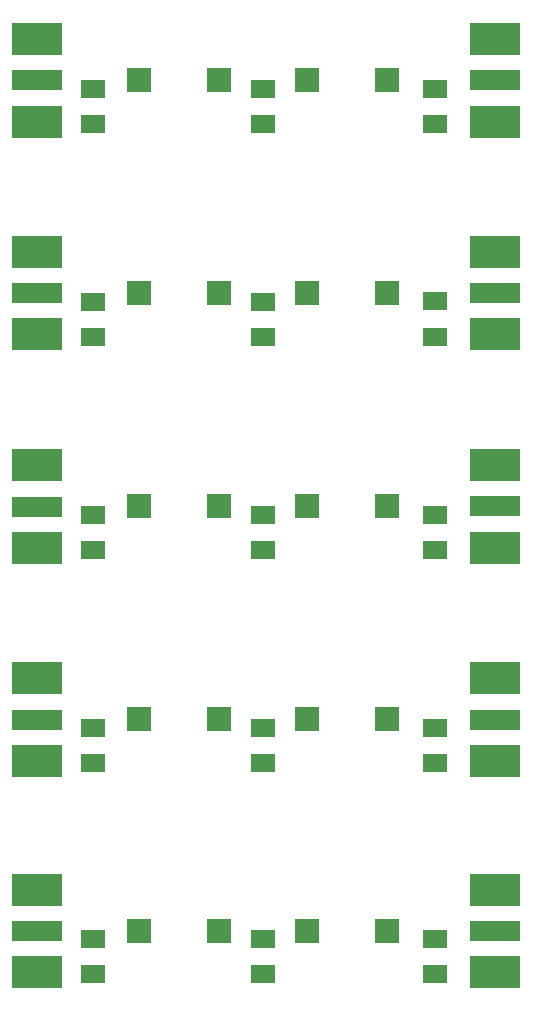
<source format=gbr>
G04 EAGLE Gerber RS-274X export*
G75*
%MOMM*%
%FSLAX34Y34*%
%LPD*%
%INSolderpaste Top*%
%IPPOS*%
%AMOC8*
5,1,8,0,0,1.08239X$1,22.5*%
G01*
%ADD10R,2.000000X1.500000*%
%ADD11R,2.000000X2.000000*%
%ADD12R,4.191000X1.778000*%
%ADD13R,4.191000X2.667000*%


D10*
X68580Y43420D03*
X68580Y73420D03*
X68580Y582853D03*
X68580Y612853D03*
X212090Y582853D03*
X212090Y612853D03*
X358140Y583170D03*
X358140Y613170D03*
X68580Y762875D03*
X68580Y792875D03*
X211773Y763193D03*
X211773Y793193D03*
X358140Y763193D03*
X358140Y793193D03*
X212090Y43420D03*
X212090Y73420D03*
X358140Y43420D03*
X358140Y73420D03*
X68580Y221855D03*
X68580Y251855D03*
X212090Y222173D03*
X212090Y252173D03*
X358140Y221855D03*
X358140Y251855D03*
X68580Y402195D03*
X68580Y432195D03*
X212090Y402513D03*
X212090Y432513D03*
X358140Y402195D03*
X358140Y432195D03*
D11*
X175140Y80010D03*
X106840Y80010D03*
X317380Y800100D03*
X249080Y800100D03*
X317380Y80010D03*
X249080Y80010D03*
X175140Y259080D03*
X106840Y259080D03*
X317380Y259080D03*
X249080Y259080D03*
X175140Y439420D03*
X106840Y439420D03*
X317380Y439420D03*
X249080Y439420D03*
X175140Y619760D03*
X106840Y619760D03*
X317380Y619760D03*
X249080Y619760D03*
X175140Y800100D03*
X106840Y800100D03*
D12*
X21154Y80000D03*
D13*
X21154Y114946D03*
X21154Y45054D03*
D12*
X21154Y800000D03*
D13*
X21154Y834946D03*
X21154Y765054D03*
D12*
X408846Y80000D03*
D13*
X408846Y45054D03*
X408846Y114946D03*
D12*
X408846Y258730D03*
D13*
X408846Y223784D03*
X408846Y293676D03*
D12*
X21154Y258730D03*
D13*
X21154Y293676D03*
X21154Y223784D03*
D12*
X408846Y439365D03*
D13*
X408846Y404419D03*
X408846Y474311D03*
D12*
X21154Y439100D03*
D13*
X21154Y474046D03*
X21154Y404154D03*
D12*
X408846Y620000D03*
D13*
X408846Y585054D03*
X408846Y654946D03*
D12*
X21154Y620000D03*
D13*
X21154Y654946D03*
X21154Y585054D03*
D12*
X408846Y800000D03*
D13*
X408846Y765054D03*
X408846Y834946D03*
M02*

</source>
